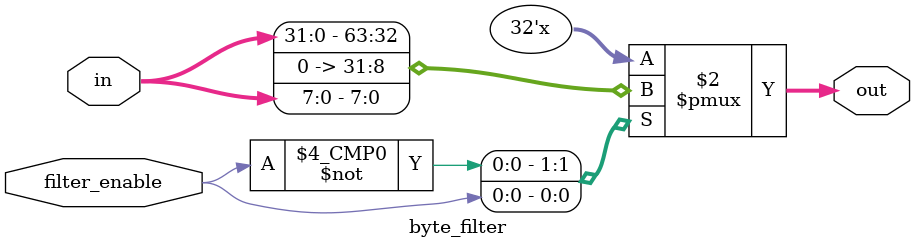
<source format=v>
module byte_filter
	(
		input [31:0] in,
		input filter_enable,
		output reg [31:0] out
	); 
	
	always @*
	begin
		case(filter_enable)
			1'b0:	
				out <= in;
			1'b1: 
				out <= {24'h000000, in[7:0]};
		endcase
	end
	 
endmodule
</source>
